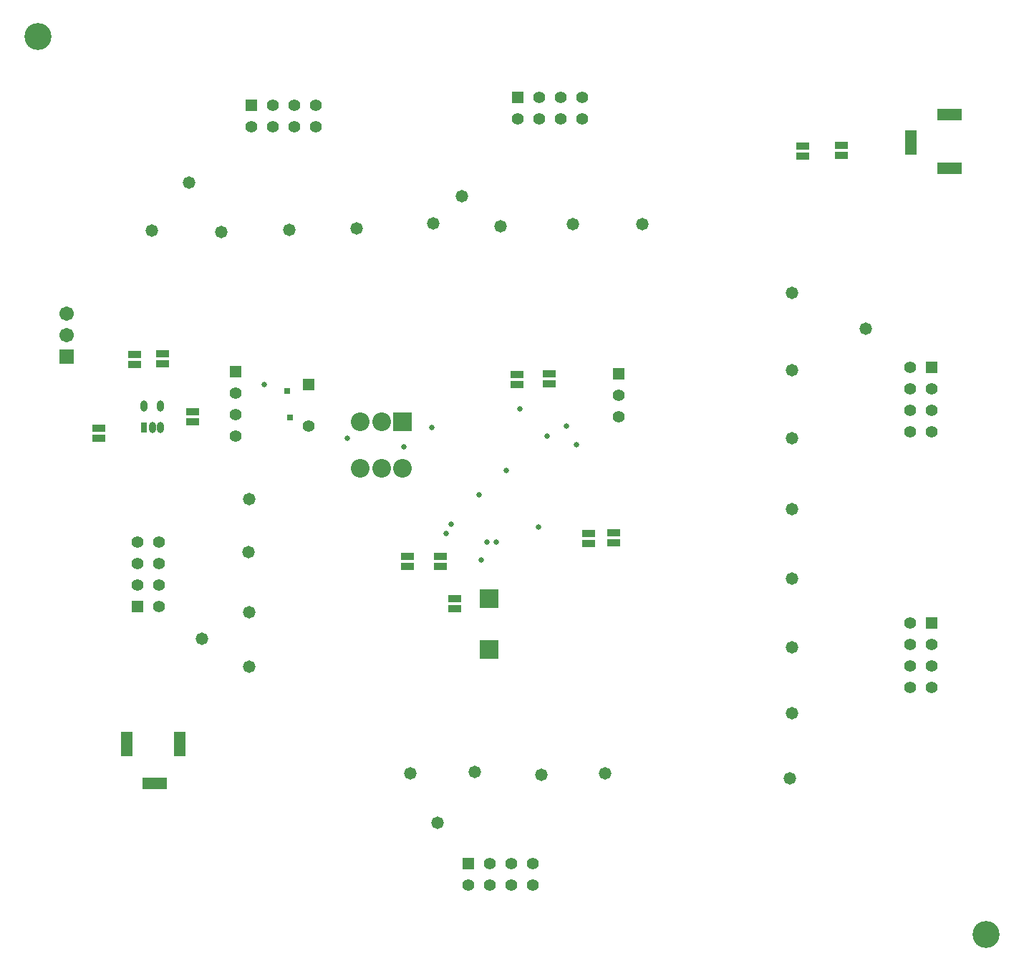
<source format=gbs>
G04*
G04 #@! TF.GenerationSoftware,Altium Limited,Altium Designer,19.1.5 (86)*
G04*
G04 Layer_Color=16711935*
%FSLAX25Y25*%
%MOIN*%
G70*
G01*
G75*
%ADD23R,0.05918X0.03556*%
%ADD32R,0.03162X0.02769*%
%ADD33R,0.06706X0.06706*%
%ADD34C,0.06706*%
%ADD35C,0.08674*%
%ADD36R,0.08674X0.08674*%
%ADD37R,0.11430X0.05524*%
%ADD38R,0.05524X0.11430*%
%ADD39R,0.05524X0.05524*%
%ADD40C,0.05524*%
%ADD41R,0.05524X0.05524*%
%ADD42C,0.12611*%
%ADD43C,0.02600*%
%ADD44C,0.05800*%
%ADD60O,0.03162X0.05131*%
%ADD61R,0.03162X0.05131*%
D23*
X200306Y202862D02*
D03*
Y198138D02*
D03*
X362305Y408638D02*
D03*
Y413362D02*
D03*
X380306Y409138D02*
D03*
Y413862D02*
D03*
X64306Y312138D02*
D03*
Y316862D02*
D03*
X34806Y282000D02*
D03*
Y277276D02*
D03*
X78306Y285138D02*
D03*
Y289862D02*
D03*
X51306Y316362D02*
D03*
Y311638D02*
D03*
X262806Y233224D02*
D03*
Y228500D02*
D03*
X274306Y233500D02*
D03*
Y228776D02*
D03*
X244305Y302638D02*
D03*
Y307362D02*
D03*
X229306Y302276D02*
D03*
Y307000D02*
D03*
X193806Y222500D02*
D03*
Y217776D02*
D03*
X178305Y222362D02*
D03*
Y217638D02*
D03*
D32*
X122306Y299500D02*
D03*
X123805Y287000D02*
D03*
D33*
X19805Y315500D02*
D03*
D34*
Y325500D02*
D03*
Y335500D02*
D03*
D35*
X156306Y263347D02*
D03*
X166148D02*
D03*
X175990D02*
D03*
X156306Y285000D02*
D03*
X166148D02*
D03*
D36*
X216305Y179189D02*
D03*
Y202811D02*
D03*
X175990Y285000D02*
D03*
D37*
X430805Y427972D02*
D03*
Y403169D02*
D03*
X60495Y116890D02*
D03*
D38*
X412695Y414980D02*
D03*
X47502Y135000D02*
D03*
X72306D02*
D03*
D39*
X132306Y302291D02*
D03*
X105806Y432500D02*
D03*
X206805Y79500D02*
D03*
X229805Y436000D02*
D03*
D40*
X132306Y283000D02*
D03*
X135805Y422500D02*
D03*
X125805D02*
D03*
X115805D02*
D03*
X105806D02*
D03*
X135805Y432500D02*
D03*
X125805D02*
D03*
X115805D02*
D03*
X98305Y278500D02*
D03*
Y288500D02*
D03*
Y298500D02*
D03*
X276805Y297500D02*
D03*
Y287500D02*
D03*
X62805Y229000D02*
D03*
Y219000D02*
D03*
Y209000D02*
D03*
Y199000D02*
D03*
X52806Y229000D02*
D03*
Y219000D02*
D03*
Y209000D02*
D03*
X216806Y79500D02*
D03*
X226805D02*
D03*
X236806D02*
D03*
X206805Y69500D02*
D03*
X216806D02*
D03*
X226805D02*
D03*
X236806D02*
D03*
X422305Y181500D02*
D03*
Y171500D02*
D03*
Y161500D02*
D03*
X412305Y191500D02*
D03*
Y181500D02*
D03*
Y171500D02*
D03*
Y161500D02*
D03*
X422305Y300500D02*
D03*
Y290500D02*
D03*
Y280500D02*
D03*
X412305Y310500D02*
D03*
Y300500D02*
D03*
Y290500D02*
D03*
Y280500D02*
D03*
X239806Y436000D02*
D03*
X249805D02*
D03*
X259805D02*
D03*
X229805Y426000D02*
D03*
X239806D02*
D03*
X249805D02*
D03*
X259805D02*
D03*
D41*
X98305Y308500D02*
D03*
X276805Y307500D02*
D03*
X52806Y199000D02*
D03*
X422305Y191500D02*
D03*
Y310500D02*
D03*
D42*
X6306Y464500D02*
D03*
X447806Y46500D02*
D03*
D43*
X212556Y220750D02*
D03*
X176805Y273500D02*
D03*
X111805Y302291D02*
D03*
X150305Y277500D02*
D03*
X224306Y262500D02*
D03*
X72109Y139000D02*
D03*
X72609Y139500D02*
D03*
X198805Y237500D02*
D03*
X211806Y251000D02*
D03*
X215305Y229000D02*
D03*
X219555Y229250D02*
D03*
X196306Y233000D02*
D03*
X252306Y283000D02*
D03*
X239371Y236065D02*
D03*
X243305Y278500D02*
D03*
X230805Y291000D02*
D03*
X189805Y282500D02*
D03*
X257033Y274392D02*
D03*
D44*
X357306Y244500D02*
D03*
X192306Y98500D02*
D03*
X270305Y121500D02*
D03*
X240806Y120740D02*
D03*
X179806Y121500D02*
D03*
X209805Y122000D02*
D03*
X82806Y184000D02*
D03*
X104806Y171000D02*
D03*
Y196500D02*
D03*
X104306Y224500D02*
D03*
X104806Y249000D02*
D03*
X76806Y396500D02*
D03*
X59306Y374000D02*
D03*
X91805Y373319D02*
D03*
X123305Y374500D02*
D03*
X154806Y375000D02*
D03*
X203805Y390000D02*
D03*
X190305Y377500D02*
D03*
X221806Y376000D02*
D03*
X255306Y377000D02*
D03*
X287806D02*
D03*
X356306Y119000D02*
D03*
X357306Y149500D02*
D03*
Y180000D02*
D03*
Y212000D02*
D03*
Y277500D02*
D03*
X391806Y328500D02*
D03*
X357306Y309000D02*
D03*
Y345000D02*
D03*
D60*
X63286Y292500D02*
D03*
X55805D02*
D03*
X63286Y282264D02*
D03*
X59546D02*
D03*
D61*
X55805D02*
D03*
M02*

</source>
